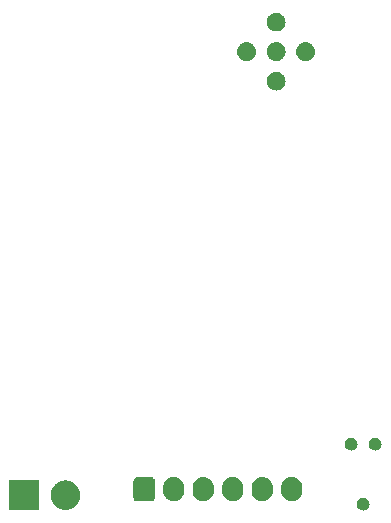
<source format=gbr>
G04 #@! TF.GenerationSoftware,KiCad,Pcbnew,7.0.5*
G04 #@! TF.CreationDate,2023-07-03T11:33:58+02:00*
G04 #@! TF.ProjectId,STM32CAN,53544d33-3243-4414-9e2e-6b696361645f,rev?*
G04 #@! TF.SameCoordinates,Original*
G04 #@! TF.FileFunction,Soldermask,Bot*
G04 #@! TF.FilePolarity,Negative*
%FSLAX46Y46*%
G04 Gerber Fmt 4.6, Leading zero omitted, Abs format (unit mm)*
G04 Created by KiCad (PCBNEW 7.0.5) date 2023-07-03 11:33:58*
%MOMM*%
%LPD*%
G01*
G04 APERTURE LIST*
G04 APERTURE END LIST*
G36*
X47789188Y-100550396D02*
G01*
X47817761Y-100550396D01*
X47850524Y-100558471D01*
X47893445Y-100564122D01*
X47922824Y-100576291D01*
X47945467Y-100581872D01*
X47979797Y-100599890D01*
X48025250Y-100618717D01*
X48045987Y-100634629D01*
X48061925Y-100642994D01*
X48094509Y-100671861D01*
X48138434Y-100705566D01*
X48150918Y-100721835D01*
X48160373Y-100730212D01*
X48187487Y-100769494D01*
X48225283Y-100818750D01*
X48230979Y-100832502D01*
X48235089Y-100838456D01*
X48252917Y-100885465D01*
X48279878Y-100950555D01*
X48281088Y-100959746D01*
X48281727Y-100961431D01*
X48286676Y-101002196D01*
X48298500Y-101092000D01*
X48286674Y-101181819D01*
X48281727Y-101222568D01*
X48281088Y-101224252D01*
X48279878Y-101233445D01*
X48252912Y-101298545D01*
X48235089Y-101345543D01*
X48230980Y-101351495D01*
X48225283Y-101365250D01*
X48187480Y-101414514D01*
X48160373Y-101453787D01*
X48150920Y-101462161D01*
X48138434Y-101478434D01*
X48094501Y-101512144D01*
X48061925Y-101541005D01*
X48045991Y-101549367D01*
X48025250Y-101565283D01*
X47979788Y-101584113D01*
X47945467Y-101602127D01*
X47922829Y-101607706D01*
X47893445Y-101619878D01*
X47850522Y-101625529D01*
X47817761Y-101633604D01*
X47789188Y-101633604D01*
X47752000Y-101638500D01*
X47714812Y-101633604D01*
X47686239Y-101633604D01*
X47653477Y-101625528D01*
X47610555Y-101619878D01*
X47581172Y-101607707D01*
X47558532Y-101602127D01*
X47524206Y-101584111D01*
X47478750Y-101565283D01*
X47458010Y-101549369D01*
X47442074Y-101541005D01*
X47409491Y-101512138D01*
X47365566Y-101478434D01*
X47353081Y-101462164D01*
X47343626Y-101453787D01*
X47316509Y-101414501D01*
X47278717Y-101365250D01*
X47273021Y-101351499D01*
X47268910Y-101345543D01*
X47251075Y-101298516D01*
X47224122Y-101233445D01*
X47222912Y-101224256D01*
X47222272Y-101222568D01*
X47217311Y-101181717D01*
X47205500Y-101092000D01*
X47217310Y-101002290D01*
X47222272Y-100961431D01*
X47222912Y-100959742D01*
X47224122Y-100950555D01*
X47251070Y-100885494D01*
X47268910Y-100838456D01*
X47273022Y-100832498D01*
X47278717Y-100818750D01*
X47316502Y-100769507D01*
X47343626Y-100730212D01*
X47353084Y-100721832D01*
X47365566Y-100705566D01*
X47409482Y-100671867D01*
X47442074Y-100642994D01*
X47458014Y-100634627D01*
X47478750Y-100618717D01*
X47524197Y-100599892D01*
X47558532Y-100581872D01*
X47581176Y-100576290D01*
X47610555Y-100564122D01*
X47653475Y-100558471D01*
X47686239Y-100550396D01*
X47714812Y-100550396D01*
X47752000Y-100545500D01*
X47789188Y-100550396D01*
G37*
G36*
X20269517Y-99082882D02*
G01*
X20286062Y-99093938D01*
X20297118Y-99110483D01*
X20301000Y-99130000D01*
X20301000Y-101530000D01*
X20297118Y-101549517D01*
X20286062Y-101566062D01*
X20269517Y-101577118D01*
X20250000Y-101581000D01*
X17850000Y-101581000D01*
X17830483Y-101577118D01*
X17813938Y-101566062D01*
X17802882Y-101549517D01*
X17799000Y-101530000D01*
X17799000Y-99130000D01*
X17802882Y-99110483D01*
X17813938Y-99093938D01*
X17830483Y-99082882D01*
X17850000Y-99079000D01*
X20250000Y-99079000D01*
X20269517Y-99082882D01*
G37*
G36*
X22603720Y-99083700D02*
G01*
X22653273Y-99083700D01*
X22707891Y-99092814D01*
X22767234Y-99098006D01*
X22813834Y-99110492D01*
X22856997Y-99117695D01*
X22914900Y-99137573D01*
X22977867Y-99154445D01*
X23016438Y-99172430D01*
X23052349Y-99184759D01*
X23111347Y-99216687D01*
X23175500Y-99246602D01*
X23205701Y-99267749D01*
X23233995Y-99283061D01*
X23291590Y-99327889D01*
X23354127Y-99371678D01*
X23376167Y-99393718D01*
X23396987Y-99409923D01*
X23450470Y-99468021D01*
X23508322Y-99525873D01*
X23522924Y-99546727D01*
X23536878Y-99561885D01*
X23583430Y-99633139D01*
X23633398Y-99704500D01*
X23641738Y-99722385D01*
X23649843Y-99734791D01*
X23686635Y-99818668D01*
X23725555Y-99902133D01*
X23729179Y-99915658D01*
X23732813Y-99923943D01*
X23757144Y-100020025D01*
X23781994Y-100112766D01*
X23782714Y-100121000D01*
X23783515Y-100124162D01*
X23792893Y-100237345D01*
X23801000Y-100330000D01*
X23792891Y-100422681D01*
X23783515Y-100535837D01*
X23782714Y-100538997D01*
X23781994Y-100547234D01*
X23757139Y-100639991D01*
X23732813Y-100736056D01*
X23729179Y-100744338D01*
X23725555Y-100757867D01*
X23686627Y-100841347D01*
X23649843Y-100925208D01*
X23641739Y-100937611D01*
X23633398Y-100955500D01*
X23583421Y-101026874D01*
X23536878Y-101098114D01*
X23522927Y-101113268D01*
X23508322Y-101134127D01*
X23450458Y-101191990D01*
X23396987Y-101250076D01*
X23376172Y-101266276D01*
X23354127Y-101288322D01*
X23291577Y-101332119D01*
X23233995Y-101376938D01*
X23205707Y-101392246D01*
X23175500Y-101413398D01*
X23111334Y-101443318D01*
X23052349Y-101475240D01*
X23016446Y-101487565D01*
X22977867Y-101505555D01*
X22914887Y-101522430D01*
X22856997Y-101542304D01*
X22813842Y-101549505D01*
X22767234Y-101561994D01*
X22707888Y-101567186D01*
X22653273Y-101576300D01*
X22603720Y-101576300D01*
X22550000Y-101581000D01*
X22496280Y-101576300D01*
X22446727Y-101576300D01*
X22392111Y-101567186D01*
X22332766Y-101561994D01*
X22286159Y-101549505D01*
X22243002Y-101542304D01*
X22185108Y-101522429D01*
X22122133Y-101505555D01*
X22083556Y-101487566D01*
X22047650Y-101475240D01*
X21988658Y-101443315D01*
X21924500Y-101413398D01*
X21894295Y-101392248D01*
X21866004Y-101376938D01*
X21808412Y-101332112D01*
X21745873Y-101288322D01*
X21723831Y-101266280D01*
X21703012Y-101250076D01*
X21649528Y-101191977D01*
X21591678Y-101134127D01*
X21577075Y-101113273D01*
X21563121Y-101098114D01*
X21516563Y-101026852D01*
X21466602Y-100955500D01*
X21458262Y-100937616D01*
X21450156Y-100925208D01*
X21413355Y-100841311D01*
X21374445Y-100757867D01*
X21370821Y-100744344D01*
X21367186Y-100736056D01*
X21342842Y-100639923D01*
X21318006Y-100547234D01*
X21317285Y-100539003D01*
X21316484Y-100535837D01*
X21307089Y-100422465D01*
X21299000Y-100330000D01*
X21307087Y-100237561D01*
X21316484Y-100124162D01*
X21317286Y-100120994D01*
X21318006Y-100112766D01*
X21342837Y-100020093D01*
X21367186Y-99923943D01*
X21370822Y-99915653D01*
X21374445Y-99902133D01*
X21413348Y-99818704D01*
X21450156Y-99734791D01*
X21458264Y-99722380D01*
X21466602Y-99704500D01*
X21516554Y-99633160D01*
X21563121Y-99561885D01*
X21577078Y-99546722D01*
X21591678Y-99525873D01*
X21649517Y-99468033D01*
X21703012Y-99409923D01*
X21723835Y-99393715D01*
X21745873Y-99371678D01*
X21808399Y-99327896D01*
X21866004Y-99283061D01*
X21894301Y-99267746D01*
X21924500Y-99246602D01*
X21988644Y-99216690D01*
X22047650Y-99184759D01*
X22083564Y-99172429D01*
X22122133Y-99154445D01*
X22185095Y-99137574D01*
X22243002Y-99117695D01*
X22286166Y-99110492D01*
X22332766Y-99098006D01*
X22392107Y-99092814D01*
X22446727Y-99083700D01*
X22496280Y-99083700D01*
X22550000Y-99079000D01*
X22603720Y-99083700D01*
G37*
G36*
X29878914Y-98803995D02*
G01*
X29894726Y-98810976D01*
X29902531Y-98812213D01*
X29935039Y-98828776D01*
X29980106Y-98848676D01*
X30058324Y-98926894D01*
X30078226Y-98971967D01*
X30094786Y-99004468D01*
X30096021Y-99012270D01*
X30103005Y-99028086D01*
X30111000Y-99097000D01*
X30111000Y-100547000D01*
X30103005Y-100615914D01*
X30096021Y-100631729D01*
X30094786Y-100639531D01*
X30078229Y-100672024D01*
X30058324Y-100717106D01*
X29980106Y-100795324D01*
X29935024Y-100815229D01*
X29902531Y-100831786D01*
X29894729Y-100833021D01*
X29878914Y-100840005D01*
X29810000Y-100848000D01*
X28610000Y-100848000D01*
X28541086Y-100840005D01*
X28525270Y-100833021D01*
X28517468Y-100831786D01*
X28484967Y-100815226D01*
X28439894Y-100795324D01*
X28361676Y-100717106D01*
X28341776Y-100672039D01*
X28325213Y-100639531D01*
X28323976Y-100631726D01*
X28316995Y-100615914D01*
X28309000Y-100547000D01*
X28309000Y-99097000D01*
X28316995Y-99028086D01*
X28323976Y-99012274D01*
X28325213Y-99004468D01*
X28341780Y-98971953D01*
X28361676Y-98926894D01*
X28439894Y-98848676D01*
X28484953Y-98828780D01*
X28517468Y-98812213D01*
X28525274Y-98810976D01*
X28541086Y-98803995D01*
X28610000Y-98796000D01*
X29810000Y-98796000D01*
X29878914Y-98803995D01*
G37*
G36*
X31753983Y-98800936D02*
G01*
X31804180Y-98800936D01*
X31847524Y-98810149D01*
X31885659Y-98813905D01*
X31933566Y-98828437D01*
X31988424Y-98840098D01*
X32023530Y-98855728D01*
X32054566Y-98865143D01*
X32103884Y-98891504D01*
X32160500Y-98916711D01*
X32186822Y-98935835D01*
X32210232Y-98948348D01*
X32257988Y-98987540D01*
X32312887Y-99027427D01*
X32330711Y-99047223D01*
X32346675Y-99060324D01*
X32389572Y-99112594D01*
X32438924Y-99167405D01*
X32449292Y-99185363D01*
X32458651Y-99196767D01*
X32493273Y-99261542D01*
X32533104Y-99330530D01*
X32537685Y-99344630D01*
X32541856Y-99352433D01*
X32564852Y-99428242D01*
X32591311Y-99509672D01*
X32592242Y-99518532D01*
X32593094Y-99521340D01*
X32601387Y-99605539D01*
X32611000Y-99697000D01*
X32611000Y-99947000D01*
X32601385Y-100038475D01*
X32593094Y-100122659D01*
X32592242Y-100125466D01*
X32591311Y-100134328D01*
X32564848Y-100215771D01*
X32541856Y-100291566D01*
X32537686Y-100299366D01*
X32533104Y-100313470D01*
X32493266Y-100382470D01*
X32458651Y-100447232D01*
X32449294Y-100458633D01*
X32438924Y-100476595D01*
X32389563Y-100531415D01*
X32346675Y-100583675D01*
X32330714Y-100596773D01*
X32312887Y-100616573D01*
X32257977Y-100656467D01*
X32210232Y-100695651D01*
X32186827Y-100708161D01*
X32160500Y-100727289D01*
X32103873Y-100752500D01*
X32054566Y-100778856D01*
X32023537Y-100788268D01*
X31988424Y-100803902D01*
X31933555Y-100815564D01*
X31885659Y-100830094D01*
X31847533Y-100833849D01*
X31804180Y-100843064D01*
X31753972Y-100843064D01*
X31709999Y-100847395D01*
X31666026Y-100843064D01*
X31615820Y-100843064D01*
X31572467Y-100833849D01*
X31534340Y-100830094D01*
X31486441Y-100815563D01*
X31431576Y-100803902D01*
X31396464Y-100788269D01*
X31365433Y-100778856D01*
X31316120Y-100752498D01*
X31259500Y-100727289D01*
X31233175Y-100708163D01*
X31209767Y-100695651D01*
X31162013Y-100656460D01*
X31107113Y-100616573D01*
X31089287Y-100596776D01*
X31073324Y-100583675D01*
X31030425Y-100531402D01*
X30981076Y-100476595D01*
X30970708Y-100458637D01*
X30961348Y-100447232D01*
X30926719Y-100382447D01*
X30886896Y-100313470D01*
X30882315Y-100299371D01*
X30878143Y-100291566D01*
X30855136Y-100215725D01*
X30828689Y-100134328D01*
X30827758Y-100125471D01*
X30826905Y-100122659D01*
X30818605Y-100038394D01*
X30809000Y-99947000D01*
X30809000Y-99697000D01*
X30818604Y-99605620D01*
X30826905Y-99521340D01*
X30827758Y-99518527D01*
X30828689Y-99509672D01*
X30855132Y-99428288D01*
X30878143Y-99352433D01*
X30882315Y-99344626D01*
X30886896Y-99330530D01*
X30926712Y-99261565D01*
X30961348Y-99196767D01*
X30970710Y-99185359D01*
X30981076Y-99167405D01*
X31030416Y-99112607D01*
X31073324Y-99060324D01*
X31089291Y-99047219D01*
X31107113Y-99027427D01*
X31162002Y-98987546D01*
X31209767Y-98948348D01*
X31233180Y-98935833D01*
X31259500Y-98916711D01*
X31316109Y-98891506D01*
X31365433Y-98865143D01*
X31396471Y-98855727D01*
X31431576Y-98840098D01*
X31486430Y-98828438D01*
X31534340Y-98813905D01*
X31572476Y-98810148D01*
X31615820Y-98800936D01*
X31666016Y-98800936D01*
X31710000Y-98796604D01*
X31753983Y-98800936D01*
G37*
G36*
X34253983Y-98800936D02*
G01*
X34304180Y-98800936D01*
X34347524Y-98810149D01*
X34385659Y-98813905D01*
X34433566Y-98828437D01*
X34488424Y-98840098D01*
X34523530Y-98855728D01*
X34554566Y-98865143D01*
X34603884Y-98891504D01*
X34660500Y-98916711D01*
X34686822Y-98935835D01*
X34710232Y-98948348D01*
X34757988Y-98987540D01*
X34812887Y-99027427D01*
X34830711Y-99047223D01*
X34846675Y-99060324D01*
X34889572Y-99112594D01*
X34938924Y-99167405D01*
X34949292Y-99185363D01*
X34958651Y-99196767D01*
X34993273Y-99261542D01*
X35033104Y-99330530D01*
X35037685Y-99344630D01*
X35041856Y-99352433D01*
X35064852Y-99428242D01*
X35091311Y-99509672D01*
X35092242Y-99518532D01*
X35093094Y-99521340D01*
X35101387Y-99605539D01*
X35111000Y-99697000D01*
X35111000Y-99947000D01*
X35101385Y-100038475D01*
X35093094Y-100122659D01*
X35092242Y-100125466D01*
X35091311Y-100134328D01*
X35064848Y-100215771D01*
X35041856Y-100291566D01*
X35037686Y-100299366D01*
X35033104Y-100313470D01*
X34993266Y-100382470D01*
X34958651Y-100447232D01*
X34949294Y-100458633D01*
X34938924Y-100476595D01*
X34889563Y-100531415D01*
X34846675Y-100583675D01*
X34830714Y-100596773D01*
X34812887Y-100616573D01*
X34757977Y-100656467D01*
X34710232Y-100695651D01*
X34686827Y-100708161D01*
X34660500Y-100727289D01*
X34603873Y-100752500D01*
X34554566Y-100778856D01*
X34523537Y-100788268D01*
X34488424Y-100803902D01*
X34433555Y-100815564D01*
X34385659Y-100830094D01*
X34347532Y-100833849D01*
X34304180Y-100843064D01*
X34253973Y-100843064D01*
X34210000Y-100847395D01*
X34166027Y-100843064D01*
X34115820Y-100843064D01*
X34072467Y-100833849D01*
X34034340Y-100830094D01*
X33986441Y-100815563D01*
X33931576Y-100803902D01*
X33896464Y-100788269D01*
X33865433Y-100778856D01*
X33816120Y-100752498D01*
X33759500Y-100727289D01*
X33733175Y-100708163D01*
X33709767Y-100695651D01*
X33662013Y-100656460D01*
X33607113Y-100616573D01*
X33589287Y-100596776D01*
X33573324Y-100583675D01*
X33530425Y-100531402D01*
X33481076Y-100476595D01*
X33470708Y-100458637D01*
X33461348Y-100447232D01*
X33426719Y-100382447D01*
X33386896Y-100313470D01*
X33382315Y-100299371D01*
X33378143Y-100291566D01*
X33355136Y-100215725D01*
X33328689Y-100134328D01*
X33327758Y-100125471D01*
X33326905Y-100122659D01*
X33318605Y-100038394D01*
X33309000Y-99947000D01*
X33309000Y-99697000D01*
X33318604Y-99605620D01*
X33326905Y-99521340D01*
X33327758Y-99518527D01*
X33328689Y-99509672D01*
X33355132Y-99428288D01*
X33378143Y-99352433D01*
X33382315Y-99344626D01*
X33386896Y-99330530D01*
X33426712Y-99261565D01*
X33461348Y-99196767D01*
X33470710Y-99185359D01*
X33481076Y-99167405D01*
X33530416Y-99112607D01*
X33573324Y-99060324D01*
X33589291Y-99047219D01*
X33607113Y-99027427D01*
X33662002Y-98987546D01*
X33709767Y-98948348D01*
X33733180Y-98935833D01*
X33759500Y-98916711D01*
X33816109Y-98891506D01*
X33865433Y-98865143D01*
X33896471Y-98855727D01*
X33931576Y-98840098D01*
X33986430Y-98828438D01*
X34034340Y-98813905D01*
X34072476Y-98810148D01*
X34115820Y-98800936D01*
X34166016Y-98800936D01*
X34209999Y-98796604D01*
X34253983Y-98800936D01*
G37*
G36*
X36753983Y-98800936D02*
G01*
X36804180Y-98800936D01*
X36847524Y-98810149D01*
X36885659Y-98813905D01*
X36933566Y-98828437D01*
X36988424Y-98840098D01*
X37023530Y-98855728D01*
X37054566Y-98865143D01*
X37103884Y-98891504D01*
X37160500Y-98916711D01*
X37186822Y-98935835D01*
X37210232Y-98948348D01*
X37257988Y-98987540D01*
X37312887Y-99027427D01*
X37330711Y-99047223D01*
X37346675Y-99060324D01*
X37389572Y-99112594D01*
X37438924Y-99167405D01*
X37449292Y-99185363D01*
X37458651Y-99196767D01*
X37493273Y-99261542D01*
X37533104Y-99330530D01*
X37537685Y-99344630D01*
X37541856Y-99352433D01*
X37564852Y-99428242D01*
X37591311Y-99509672D01*
X37592242Y-99518532D01*
X37593094Y-99521340D01*
X37601387Y-99605539D01*
X37611000Y-99697000D01*
X37611000Y-99947000D01*
X37601385Y-100038475D01*
X37593094Y-100122659D01*
X37592242Y-100125466D01*
X37591311Y-100134328D01*
X37564848Y-100215771D01*
X37541856Y-100291566D01*
X37537686Y-100299366D01*
X37533104Y-100313470D01*
X37493266Y-100382470D01*
X37458651Y-100447232D01*
X37449294Y-100458633D01*
X37438924Y-100476595D01*
X37389563Y-100531415D01*
X37346675Y-100583675D01*
X37330714Y-100596773D01*
X37312887Y-100616573D01*
X37257977Y-100656467D01*
X37210232Y-100695651D01*
X37186827Y-100708161D01*
X37160500Y-100727289D01*
X37103873Y-100752500D01*
X37054566Y-100778856D01*
X37023537Y-100788268D01*
X36988424Y-100803902D01*
X36933555Y-100815564D01*
X36885659Y-100830094D01*
X36847532Y-100833849D01*
X36804180Y-100843064D01*
X36753973Y-100843064D01*
X36710000Y-100847395D01*
X36666027Y-100843064D01*
X36615820Y-100843064D01*
X36572467Y-100833849D01*
X36534340Y-100830094D01*
X36486441Y-100815563D01*
X36431576Y-100803902D01*
X36396464Y-100788269D01*
X36365433Y-100778856D01*
X36316120Y-100752498D01*
X36259500Y-100727289D01*
X36233175Y-100708163D01*
X36209767Y-100695651D01*
X36162013Y-100656460D01*
X36107113Y-100616573D01*
X36089287Y-100596776D01*
X36073324Y-100583675D01*
X36030425Y-100531402D01*
X35981076Y-100476595D01*
X35970708Y-100458637D01*
X35961348Y-100447232D01*
X35926719Y-100382447D01*
X35886896Y-100313470D01*
X35882315Y-100299371D01*
X35878143Y-100291566D01*
X35855136Y-100215725D01*
X35828689Y-100134328D01*
X35827758Y-100125471D01*
X35826905Y-100122659D01*
X35818605Y-100038394D01*
X35809000Y-99947000D01*
X35809000Y-99697000D01*
X35818604Y-99605620D01*
X35826905Y-99521340D01*
X35827758Y-99518527D01*
X35828689Y-99509672D01*
X35855132Y-99428288D01*
X35878143Y-99352433D01*
X35882315Y-99344626D01*
X35886896Y-99330530D01*
X35926712Y-99261565D01*
X35961348Y-99196767D01*
X35970710Y-99185359D01*
X35981076Y-99167405D01*
X36030416Y-99112607D01*
X36073324Y-99060324D01*
X36089291Y-99047219D01*
X36107113Y-99027427D01*
X36162002Y-98987546D01*
X36209767Y-98948348D01*
X36233180Y-98935833D01*
X36259500Y-98916711D01*
X36316109Y-98891506D01*
X36365433Y-98865143D01*
X36396471Y-98855727D01*
X36431576Y-98840098D01*
X36486430Y-98828438D01*
X36534340Y-98813905D01*
X36572476Y-98810148D01*
X36615820Y-98800936D01*
X36666016Y-98800936D01*
X36710000Y-98796604D01*
X36753983Y-98800936D01*
G37*
G36*
X39253983Y-98800936D02*
G01*
X39304180Y-98800936D01*
X39347524Y-98810149D01*
X39385659Y-98813905D01*
X39433566Y-98828437D01*
X39488424Y-98840098D01*
X39523530Y-98855728D01*
X39554566Y-98865143D01*
X39603884Y-98891504D01*
X39660500Y-98916711D01*
X39686822Y-98935835D01*
X39710232Y-98948348D01*
X39757988Y-98987540D01*
X39812887Y-99027427D01*
X39830711Y-99047223D01*
X39846675Y-99060324D01*
X39889572Y-99112594D01*
X39938924Y-99167405D01*
X39949292Y-99185363D01*
X39958651Y-99196767D01*
X39993273Y-99261542D01*
X40033104Y-99330530D01*
X40037685Y-99344630D01*
X40041856Y-99352433D01*
X40064852Y-99428242D01*
X40091311Y-99509672D01*
X40092242Y-99518532D01*
X40093094Y-99521340D01*
X40101387Y-99605539D01*
X40111000Y-99697000D01*
X40111000Y-99947000D01*
X40101385Y-100038475D01*
X40093094Y-100122659D01*
X40092242Y-100125466D01*
X40091311Y-100134328D01*
X40064848Y-100215771D01*
X40041856Y-100291566D01*
X40037686Y-100299366D01*
X40033104Y-100313470D01*
X39993266Y-100382470D01*
X39958651Y-100447232D01*
X39949294Y-100458633D01*
X39938924Y-100476595D01*
X39889563Y-100531415D01*
X39846675Y-100583675D01*
X39830714Y-100596773D01*
X39812887Y-100616573D01*
X39757977Y-100656467D01*
X39710232Y-100695651D01*
X39686827Y-100708161D01*
X39660500Y-100727289D01*
X39603873Y-100752500D01*
X39554566Y-100778856D01*
X39523537Y-100788268D01*
X39488424Y-100803902D01*
X39433555Y-100815564D01*
X39385659Y-100830094D01*
X39347533Y-100833849D01*
X39304180Y-100843064D01*
X39253972Y-100843064D01*
X39209999Y-100847395D01*
X39166026Y-100843064D01*
X39115820Y-100843064D01*
X39072467Y-100833849D01*
X39034340Y-100830094D01*
X38986441Y-100815563D01*
X38931576Y-100803902D01*
X38896464Y-100788269D01*
X38865433Y-100778856D01*
X38816120Y-100752498D01*
X38759500Y-100727289D01*
X38733175Y-100708163D01*
X38709767Y-100695651D01*
X38662013Y-100656460D01*
X38607113Y-100616573D01*
X38589287Y-100596776D01*
X38573324Y-100583675D01*
X38530425Y-100531402D01*
X38481076Y-100476595D01*
X38470708Y-100458637D01*
X38461348Y-100447232D01*
X38426719Y-100382447D01*
X38386896Y-100313470D01*
X38382315Y-100299371D01*
X38378143Y-100291566D01*
X38355136Y-100215725D01*
X38328689Y-100134328D01*
X38327758Y-100125471D01*
X38326905Y-100122659D01*
X38318605Y-100038394D01*
X38309000Y-99947000D01*
X38309000Y-99697000D01*
X38318604Y-99605620D01*
X38326905Y-99521340D01*
X38327758Y-99518527D01*
X38328689Y-99509672D01*
X38355132Y-99428288D01*
X38378143Y-99352433D01*
X38382315Y-99344626D01*
X38386896Y-99330530D01*
X38426712Y-99261565D01*
X38461348Y-99196767D01*
X38470710Y-99185359D01*
X38481076Y-99167405D01*
X38530416Y-99112607D01*
X38573324Y-99060324D01*
X38589291Y-99047219D01*
X38607113Y-99027427D01*
X38662002Y-98987546D01*
X38709767Y-98948348D01*
X38733180Y-98935833D01*
X38759500Y-98916711D01*
X38816109Y-98891506D01*
X38865433Y-98865143D01*
X38896471Y-98855727D01*
X38931576Y-98840098D01*
X38986430Y-98828438D01*
X39034340Y-98813905D01*
X39072476Y-98810148D01*
X39115820Y-98800936D01*
X39166016Y-98800936D01*
X39209999Y-98796604D01*
X39253983Y-98800936D01*
G37*
G36*
X41753983Y-98800936D02*
G01*
X41804180Y-98800936D01*
X41847524Y-98810149D01*
X41885659Y-98813905D01*
X41933566Y-98828437D01*
X41988424Y-98840098D01*
X42023530Y-98855728D01*
X42054566Y-98865143D01*
X42103884Y-98891504D01*
X42160500Y-98916711D01*
X42186822Y-98935835D01*
X42210232Y-98948348D01*
X42257988Y-98987540D01*
X42312887Y-99027427D01*
X42330711Y-99047223D01*
X42346675Y-99060324D01*
X42389572Y-99112594D01*
X42438924Y-99167405D01*
X42449292Y-99185363D01*
X42458651Y-99196767D01*
X42493273Y-99261542D01*
X42533104Y-99330530D01*
X42537685Y-99344630D01*
X42541856Y-99352433D01*
X42564852Y-99428242D01*
X42591311Y-99509672D01*
X42592242Y-99518532D01*
X42593094Y-99521340D01*
X42601387Y-99605539D01*
X42611000Y-99697000D01*
X42611000Y-99947000D01*
X42601385Y-100038475D01*
X42593094Y-100122659D01*
X42592242Y-100125466D01*
X42591311Y-100134328D01*
X42564848Y-100215771D01*
X42541856Y-100291566D01*
X42537686Y-100299366D01*
X42533104Y-100313470D01*
X42493266Y-100382470D01*
X42458651Y-100447232D01*
X42449294Y-100458633D01*
X42438924Y-100476595D01*
X42389563Y-100531415D01*
X42346675Y-100583675D01*
X42330714Y-100596773D01*
X42312887Y-100616573D01*
X42257977Y-100656467D01*
X42210232Y-100695651D01*
X42186827Y-100708161D01*
X42160500Y-100727289D01*
X42103873Y-100752500D01*
X42054566Y-100778856D01*
X42023537Y-100788268D01*
X41988424Y-100803902D01*
X41933555Y-100815564D01*
X41885659Y-100830094D01*
X41847533Y-100833849D01*
X41804180Y-100843064D01*
X41753972Y-100843064D01*
X41709999Y-100847395D01*
X41666026Y-100843064D01*
X41615820Y-100843064D01*
X41572467Y-100833849D01*
X41534340Y-100830094D01*
X41486441Y-100815563D01*
X41431576Y-100803902D01*
X41396464Y-100788269D01*
X41365433Y-100778856D01*
X41316120Y-100752498D01*
X41259500Y-100727289D01*
X41233175Y-100708163D01*
X41209767Y-100695651D01*
X41162013Y-100656460D01*
X41107113Y-100616573D01*
X41089287Y-100596776D01*
X41073324Y-100583675D01*
X41030425Y-100531402D01*
X40981076Y-100476595D01*
X40970708Y-100458637D01*
X40961348Y-100447232D01*
X40926719Y-100382447D01*
X40886896Y-100313470D01*
X40882315Y-100299371D01*
X40878143Y-100291566D01*
X40855136Y-100215725D01*
X40828689Y-100134328D01*
X40827758Y-100125471D01*
X40826905Y-100122659D01*
X40818605Y-100038394D01*
X40809000Y-99947000D01*
X40809000Y-99697000D01*
X40818604Y-99605620D01*
X40826905Y-99521340D01*
X40827758Y-99518527D01*
X40828689Y-99509672D01*
X40855132Y-99428288D01*
X40878143Y-99352433D01*
X40882315Y-99344626D01*
X40886896Y-99330530D01*
X40926712Y-99261565D01*
X40961348Y-99196767D01*
X40970710Y-99185359D01*
X40981076Y-99167405D01*
X41030416Y-99112607D01*
X41073324Y-99060324D01*
X41089291Y-99047219D01*
X41107113Y-99027427D01*
X41162002Y-98987546D01*
X41209767Y-98948348D01*
X41233180Y-98935833D01*
X41259500Y-98916711D01*
X41316109Y-98891506D01*
X41365433Y-98865143D01*
X41396471Y-98855727D01*
X41431576Y-98840098D01*
X41486430Y-98828438D01*
X41534340Y-98813905D01*
X41572476Y-98810148D01*
X41615820Y-98800936D01*
X41666016Y-98800936D01*
X41710000Y-98796604D01*
X41753983Y-98800936D01*
G37*
G36*
X46773188Y-95470396D02*
G01*
X46801761Y-95470396D01*
X46834524Y-95478471D01*
X46877445Y-95484122D01*
X46906824Y-95496291D01*
X46929467Y-95501872D01*
X46963797Y-95519890D01*
X47009250Y-95538717D01*
X47029987Y-95554629D01*
X47045925Y-95562994D01*
X47078509Y-95591861D01*
X47122434Y-95625566D01*
X47134918Y-95641835D01*
X47144373Y-95650212D01*
X47171487Y-95689494D01*
X47209283Y-95738750D01*
X47214979Y-95752502D01*
X47219089Y-95758456D01*
X47236917Y-95805465D01*
X47263878Y-95870555D01*
X47265088Y-95879746D01*
X47265727Y-95881431D01*
X47270676Y-95922196D01*
X47282500Y-96012000D01*
X47270674Y-96101819D01*
X47265727Y-96142568D01*
X47265088Y-96144252D01*
X47263878Y-96153445D01*
X47236912Y-96218545D01*
X47219089Y-96265543D01*
X47214980Y-96271495D01*
X47209283Y-96285250D01*
X47171480Y-96334514D01*
X47144373Y-96373787D01*
X47134920Y-96382161D01*
X47122434Y-96398434D01*
X47078501Y-96432144D01*
X47045925Y-96461005D01*
X47029991Y-96469367D01*
X47009250Y-96485283D01*
X46963788Y-96504113D01*
X46929467Y-96522127D01*
X46906829Y-96527706D01*
X46877445Y-96539878D01*
X46834522Y-96545529D01*
X46801761Y-96553604D01*
X46773188Y-96553604D01*
X46736000Y-96558500D01*
X46698812Y-96553604D01*
X46670239Y-96553604D01*
X46637477Y-96545528D01*
X46594555Y-96539878D01*
X46565172Y-96527707D01*
X46542532Y-96522127D01*
X46508206Y-96504111D01*
X46462750Y-96485283D01*
X46442010Y-96469369D01*
X46426074Y-96461005D01*
X46393491Y-96432138D01*
X46349566Y-96398434D01*
X46337081Y-96382164D01*
X46327626Y-96373787D01*
X46300509Y-96334501D01*
X46262717Y-96285250D01*
X46257021Y-96271499D01*
X46252910Y-96265543D01*
X46235075Y-96218516D01*
X46208122Y-96153445D01*
X46206912Y-96144256D01*
X46206272Y-96142568D01*
X46201311Y-96101717D01*
X46189500Y-96012000D01*
X46201310Y-95922290D01*
X46206272Y-95881431D01*
X46206912Y-95879742D01*
X46208122Y-95870555D01*
X46235070Y-95805494D01*
X46252910Y-95758456D01*
X46257022Y-95752498D01*
X46262717Y-95738750D01*
X46300502Y-95689507D01*
X46327626Y-95650212D01*
X46337084Y-95641832D01*
X46349566Y-95625566D01*
X46393482Y-95591867D01*
X46426074Y-95562994D01*
X46442014Y-95554627D01*
X46462750Y-95538717D01*
X46508197Y-95519892D01*
X46542532Y-95501872D01*
X46565176Y-95496290D01*
X46594555Y-95484122D01*
X46637475Y-95478471D01*
X46670239Y-95470396D01*
X46698812Y-95470396D01*
X46736000Y-95465500D01*
X46773188Y-95470396D01*
G37*
G36*
X48805188Y-95470396D02*
G01*
X48833761Y-95470396D01*
X48866524Y-95478471D01*
X48909445Y-95484122D01*
X48938824Y-95496291D01*
X48961467Y-95501872D01*
X48995797Y-95519890D01*
X49041250Y-95538717D01*
X49061987Y-95554629D01*
X49077925Y-95562994D01*
X49110509Y-95591861D01*
X49154434Y-95625566D01*
X49166918Y-95641835D01*
X49176373Y-95650212D01*
X49203487Y-95689494D01*
X49241283Y-95738750D01*
X49246979Y-95752502D01*
X49251089Y-95758456D01*
X49268917Y-95805465D01*
X49295878Y-95870555D01*
X49297088Y-95879746D01*
X49297727Y-95881431D01*
X49302676Y-95922196D01*
X49314500Y-96012000D01*
X49302674Y-96101819D01*
X49297727Y-96142568D01*
X49297088Y-96144252D01*
X49295878Y-96153445D01*
X49268912Y-96218545D01*
X49251089Y-96265543D01*
X49246980Y-96271495D01*
X49241283Y-96285250D01*
X49203480Y-96334514D01*
X49176373Y-96373787D01*
X49166920Y-96382161D01*
X49154434Y-96398434D01*
X49110501Y-96432144D01*
X49077925Y-96461005D01*
X49061991Y-96469367D01*
X49041250Y-96485283D01*
X48995788Y-96504113D01*
X48961467Y-96522127D01*
X48938829Y-96527706D01*
X48909445Y-96539878D01*
X48866522Y-96545529D01*
X48833761Y-96553604D01*
X48805188Y-96553604D01*
X48768000Y-96558500D01*
X48730812Y-96553604D01*
X48702239Y-96553604D01*
X48669477Y-96545528D01*
X48626555Y-96539878D01*
X48597172Y-96527707D01*
X48574532Y-96522127D01*
X48540206Y-96504111D01*
X48494750Y-96485283D01*
X48474010Y-96469369D01*
X48458074Y-96461005D01*
X48425491Y-96432138D01*
X48381566Y-96398434D01*
X48369081Y-96382164D01*
X48359626Y-96373787D01*
X48332509Y-96334501D01*
X48294717Y-96285250D01*
X48289021Y-96271499D01*
X48284910Y-96265543D01*
X48267075Y-96218516D01*
X48240122Y-96153445D01*
X48238912Y-96144256D01*
X48238272Y-96142568D01*
X48233311Y-96101717D01*
X48221500Y-96012000D01*
X48233310Y-95922290D01*
X48238272Y-95881431D01*
X48238912Y-95879742D01*
X48240122Y-95870555D01*
X48267070Y-95805494D01*
X48284910Y-95758456D01*
X48289022Y-95752498D01*
X48294717Y-95738750D01*
X48332502Y-95689507D01*
X48359626Y-95650212D01*
X48369084Y-95641832D01*
X48381566Y-95625566D01*
X48425482Y-95591867D01*
X48458074Y-95562994D01*
X48474014Y-95554627D01*
X48494750Y-95538717D01*
X48540197Y-95519892D01*
X48574532Y-95501872D01*
X48597176Y-95496290D01*
X48626555Y-95484122D01*
X48669475Y-95478471D01*
X48702239Y-95470396D01*
X48730812Y-95470396D01*
X48768000Y-95465500D01*
X48805188Y-95470396D01*
G37*
G36*
X40431023Y-64482073D02*
G01*
X40469657Y-64482073D01*
X40513240Y-64491336D01*
X40564239Y-64497083D01*
X40601321Y-64510058D01*
X40633306Y-64516857D01*
X40679401Y-64537379D01*
X40733541Y-64556324D01*
X40761719Y-64574029D01*
X40786157Y-64584910D01*
X40831720Y-64618014D01*
X40885415Y-64651753D01*
X40904700Y-64671038D01*
X40921512Y-64683253D01*
X40963076Y-64729414D01*
X41012247Y-64778585D01*
X41023555Y-64796582D01*
X41033467Y-64807590D01*
X41067376Y-64866322D01*
X41107676Y-64930459D01*
X41112707Y-64944838D01*
X41117120Y-64952481D01*
X41139718Y-65022030D01*
X41166917Y-65099761D01*
X41167948Y-65108913D01*
X41168823Y-65111606D01*
X41176750Y-65187038D01*
X41187000Y-65278000D01*
X41176750Y-65368969D01*
X41168823Y-65444393D01*
X41167948Y-65447084D01*
X41166917Y-65456239D01*
X41139713Y-65533982D01*
X41117120Y-65603518D01*
X41112708Y-65611159D01*
X41107676Y-65625541D01*
X41067369Y-65689688D01*
X41033467Y-65748409D01*
X41023557Y-65759414D01*
X41012247Y-65777415D01*
X40963067Y-65826594D01*
X40921512Y-65872746D01*
X40904704Y-65884957D01*
X40885415Y-65904247D01*
X40831710Y-65937992D01*
X40786157Y-65971089D01*
X40761725Y-65981966D01*
X40733541Y-65999676D01*
X40679391Y-66018623D01*
X40633306Y-66039142D01*
X40601327Y-66045939D01*
X40564239Y-66058917D01*
X40513237Y-66064663D01*
X40469657Y-66073927D01*
X40431023Y-66073927D01*
X40386000Y-66079000D01*
X40340977Y-66073927D01*
X40302343Y-66073927D01*
X40258761Y-66064663D01*
X40207761Y-66058917D01*
X40170674Y-66045939D01*
X40138693Y-66039142D01*
X40092603Y-66018622D01*
X40038459Y-65999676D01*
X40010277Y-65981968D01*
X39985842Y-65971089D01*
X39940282Y-65937987D01*
X39886585Y-65904247D01*
X39867298Y-65884960D01*
X39850487Y-65872746D01*
X39808922Y-65826584D01*
X39759753Y-65777415D01*
X39748444Y-65759418D01*
X39738532Y-65748409D01*
X39704618Y-65689668D01*
X39664324Y-65625541D01*
X39659293Y-65611163D01*
X39654879Y-65603518D01*
X39632272Y-65533942D01*
X39605083Y-65456239D01*
X39604052Y-65447089D01*
X39603176Y-65444393D01*
X39595235Y-65368837D01*
X39585000Y-65278000D01*
X39595234Y-65187170D01*
X39603176Y-65111606D01*
X39604052Y-65108909D01*
X39605083Y-65099761D01*
X39632267Y-65022070D01*
X39654879Y-64952481D01*
X39659293Y-64944834D01*
X39664324Y-64930459D01*
X39704611Y-64866342D01*
X39738532Y-64807590D01*
X39748446Y-64796578D01*
X39759753Y-64778585D01*
X39808913Y-64729424D01*
X39850487Y-64683253D01*
X39867301Y-64671036D01*
X39886585Y-64651753D01*
X39940278Y-64618015D01*
X39985846Y-64584908D01*
X40010284Y-64574027D01*
X40038459Y-64556324D01*
X40092587Y-64537383D01*
X40138689Y-64516858D01*
X40170679Y-64510058D01*
X40207761Y-64497083D01*
X40258759Y-64491336D01*
X40302343Y-64482073D01*
X40340977Y-64482073D01*
X40386000Y-64477000D01*
X40431023Y-64482073D01*
G37*
G36*
X37931023Y-61982073D02*
G01*
X37969657Y-61982073D01*
X38013240Y-61991336D01*
X38064239Y-61997083D01*
X38101321Y-62010058D01*
X38133306Y-62016857D01*
X38179401Y-62037379D01*
X38233541Y-62056324D01*
X38261719Y-62074029D01*
X38286157Y-62084910D01*
X38331720Y-62118014D01*
X38385415Y-62151753D01*
X38404700Y-62171038D01*
X38421512Y-62183253D01*
X38463076Y-62229414D01*
X38512247Y-62278585D01*
X38523555Y-62296582D01*
X38533467Y-62307590D01*
X38567376Y-62366322D01*
X38607676Y-62430459D01*
X38612707Y-62444838D01*
X38617120Y-62452481D01*
X38639718Y-62522030D01*
X38666917Y-62599761D01*
X38667948Y-62608913D01*
X38668823Y-62611606D01*
X38676751Y-62687044D01*
X38687000Y-62778000D01*
X38676749Y-62868975D01*
X38668823Y-62944393D01*
X38667948Y-62947084D01*
X38666917Y-62956239D01*
X38639713Y-63033982D01*
X38617120Y-63103518D01*
X38612708Y-63111159D01*
X38607676Y-63125541D01*
X38567369Y-63189688D01*
X38533467Y-63248409D01*
X38523557Y-63259414D01*
X38512247Y-63277415D01*
X38463067Y-63326594D01*
X38421512Y-63372746D01*
X38404704Y-63384957D01*
X38385415Y-63404247D01*
X38331710Y-63437992D01*
X38286157Y-63471089D01*
X38261725Y-63481966D01*
X38233541Y-63499676D01*
X38179391Y-63518623D01*
X38133306Y-63539142D01*
X38101327Y-63545939D01*
X38064239Y-63558917D01*
X38013237Y-63564663D01*
X37969657Y-63573927D01*
X37931023Y-63573927D01*
X37886000Y-63579000D01*
X37840977Y-63573927D01*
X37802343Y-63573927D01*
X37758761Y-63564663D01*
X37707761Y-63558917D01*
X37670674Y-63545939D01*
X37638693Y-63539142D01*
X37592603Y-63518622D01*
X37538459Y-63499676D01*
X37510277Y-63481968D01*
X37485842Y-63471089D01*
X37440282Y-63437987D01*
X37386585Y-63404247D01*
X37367298Y-63384960D01*
X37350487Y-63372746D01*
X37308922Y-63326584D01*
X37259753Y-63277415D01*
X37248444Y-63259418D01*
X37238532Y-63248409D01*
X37204618Y-63189668D01*
X37164324Y-63125541D01*
X37159293Y-63111163D01*
X37154879Y-63103518D01*
X37132272Y-63033942D01*
X37105083Y-62956239D01*
X37104052Y-62947089D01*
X37103176Y-62944393D01*
X37095235Y-62868843D01*
X37085000Y-62778000D01*
X37095233Y-62687176D01*
X37103176Y-62611606D01*
X37104052Y-62608909D01*
X37105083Y-62599761D01*
X37132267Y-62522070D01*
X37154879Y-62452481D01*
X37159293Y-62444834D01*
X37164324Y-62430459D01*
X37204611Y-62366342D01*
X37238532Y-62307590D01*
X37248446Y-62296578D01*
X37259753Y-62278585D01*
X37308913Y-62229424D01*
X37350487Y-62183253D01*
X37367301Y-62171036D01*
X37386585Y-62151753D01*
X37440278Y-62118015D01*
X37485846Y-62084908D01*
X37510284Y-62074027D01*
X37538459Y-62056324D01*
X37592587Y-62037383D01*
X37638689Y-62016858D01*
X37670679Y-62010058D01*
X37707761Y-61997083D01*
X37758759Y-61991336D01*
X37802343Y-61982073D01*
X37840977Y-61982073D01*
X37886000Y-61977000D01*
X37931023Y-61982073D01*
G37*
G36*
X40431023Y-61982073D02*
G01*
X40469657Y-61982073D01*
X40513240Y-61991336D01*
X40564239Y-61997083D01*
X40601321Y-62010058D01*
X40633306Y-62016857D01*
X40679401Y-62037379D01*
X40733541Y-62056324D01*
X40761719Y-62074029D01*
X40786157Y-62084910D01*
X40831720Y-62118014D01*
X40885415Y-62151753D01*
X40904700Y-62171038D01*
X40921512Y-62183253D01*
X40963076Y-62229414D01*
X41012247Y-62278585D01*
X41023555Y-62296582D01*
X41033467Y-62307590D01*
X41067376Y-62366322D01*
X41107676Y-62430459D01*
X41112707Y-62444838D01*
X41117120Y-62452481D01*
X41139718Y-62522030D01*
X41166917Y-62599761D01*
X41167948Y-62608913D01*
X41168823Y-62611606D01*
X41176751Y-62687044D01*
X41187000Y-62778000D01*
X41176749Y-62868975D01*
X41168823Y-62944393D01*
X41167948Y-62947084D01*
X41166917Y-62956239D01*
X41139713Y-63033982D01*
X41117120Y-63103518D01*
X41112708Y-63111159D01*
X41107676Y-63125541D01*
X41067369Y-63189688D01*
X41033467Y-63248409D01*
X41023557Y-63259414D01*
X41012247Y-63277415D01*
X40963067Y-63326594D01*
X40921512Y-63372746D01*
X40904704Y-63384957D01*
X40885415Y-63404247D01*
X40831710Y-63437992D01*
X40786157Y-63471089D01*
X40761725Y-63481966D01*
X40733541Y-63499676D01*
X40679391Y-63518623D01*
X40633306Y-63539142D01*
X40601327Y-63545939D01*
X40564239Y-63558917D01*
X40513237Y-63564663D01*
X40469657Y-63573927D01*
X40431023Y-63573927D01*
X40386000Y-63579000D01*
X40340977Y-63573927D01*
X40302343Y-63573927D01*
X40258761Y-63564663D01*
X40207761Y-63558917D01*
X40170674Y-63545939D01*
X40138693Y-63539142D01*
X40092603Y-63518622D01*
X40038459Y-63499676D01*
X40010277Y-63481968D01*
X39985842Y-63471089D01*
X39940282Y-63437987D01*
X39886585Y-63404247D01*
X39867298Y-63384960D01*
X39850487Y-63372746D01*
X39808922Y-63326584D01*
X39759753Y-63277415D01*
X39748444Y-63259418D01*
X39738532Y-63248409D01*
X39704618Y-63189668D01*
X39664324Y-63125541D01*
X39659293Y-63111163D01*
X39654879Y-63103518D01*
X39632272Y-63033942D01*
X39605083Y-62956239D01*
X39604052Y-62947089D01*
X39603176Y-62944393D01*
X39595235Y-62868843D01*
X39585000Y-62778000D01*
X39595233Y-62687176D01*
X39603176Y-62611606D01*
X39604052Y-62608909D01*
X39605083Y-62599761D01*
X39632267Y-62522070D01*
X39654879Y-62452481D01*
X39659293Y-62444834D01*
X39664324Y-62430459D01*
X39704611Y-62366342D01*
X39738532Y-62307590D01*
X39748446Y-62296578D01*
X39759753Y-62278585D01*
X39808913Y-62229424D01*
X39850487Y-62183253D01*
X39867301Y-62171036D01*
X39886585Y-62151753D01*
X39940278Y-62118015D01*
X39985846Y-62084908D01*
X40010284Y-62074027D01*
X40038459Y-62056324D01*
X40092587Y-62037383D01*
X40138689Y-62016858D01*
X40170679Y-62010058D01*
X40207761Y-61997083D01*
X40258759Y-61991336D01*
X40302343Y-61982073D01*
X40340977Y-61982073D01*
X40386000Y-61977000D01*
X40431023Y-61982073D01*
G37*
G36*
X42931023Y-61982073D02*
G01*
X42969657Y-61982073D01*
X43013240Y-61991336D01*
X43064239Y-61997083D01*
X43101321Y-62010058D01*
X43133306Y-62016857D01*
X43179401Y-62037379D01*
X43233541Y-62056324D01*
X43261719Y-62074029D01*
X43286157Y-62084910D01*
X43331720Y-62118014D01*
X43385415Y-62151753D01*
X43404700Y-62171038D01*
X43421512Y-62183253D01*
X43463076Y-62229414D01*
X43512247Y-62278585D01*
X43523555Y-62296582D01*
X43533467Y-62307590D01*
X43567376Y-62366322D01*
X43607676Y-62430459D01*
X43612707Y-62444838D01*
X43617120Y-62452481D01*
X43639718Y-62522030D01*
X43666917Y-62599761D01*
X43667948Y-62608913D01*
X43668823Y-62611606D01*
X43676751Y-62687044D01*
X43687000Y-62778000D01*
X43676749Y-62868975D01*
X43668823Y-62944393D01*
X43667948Y-62947084D01*
X43666917Y-62956239D01*
X43639713Y-63033982D01*
X43617120Y-63103518D01*
X43612708Y-63111159D01*
X43607676Y-63125541D01*
X43567369Y-63189688D01*
X43533467Y-63248409D01*
X43523557Y-63259414D01*
X43512247Y-63277415D01*
X43463067Y-63326594D01*
X43421512Y-63372746D01*
X43404704Y-63384957D01*
X43385415Y-63404247D01*
X43331710Y-63437992D01*
X43286157Y-63471089D01*
X43261725Y-63481966D01*
X43233541Y-63499676D01*
X43179391Y-63518623D01*
X43133306Y-63539142D01*
X43101327Y-63545939D01*
X43064239Y-63558917D01*
X43013237Y-63564663D01*
X42969657Y-63573927D01*
X42931023Y-63573927D01*
X42886000Y-63579000D01*
X42840977Y-63573927D01*
X42802343Y-63573927D01*
X42758761Y-63564663D01*
X42707761Y-63558917D01*
X42670674Y-63545939D01*
X42638693Y-63539142D01*
X42592603Y-63518622D01*
X42538459Y-63499676D01*
X42510277Y-63481968D01*
X42485842Y-63471089D01*
X42440282Y-63437987D01*
X42386585Y-63404247D01*
X42367298Y-63384960D01*
X42350487Y-63372746D01*
X42308922Y-63326584D01*
X42259753Y-63277415D01*
X42248444Y-63259418D01*
X42238532Y-63248409D01*
X42204618Y-63189668D01*
X42164324Y-63125541D01*
X42159293Y-63111163D01*
X42154879Y-63103518D01*
X42132272Y-63033942D01*
X42105083Y-62956239D01*
X42104052Y-62947089D01*
X42103176Y-62944393D01*
X42095235Y-62868843D01*
X42085000Y-62778000D01*
X42095233Y-62687176D01*
X42103176Y-62611606D01*
X42104052Y-62608909D01*
X42105083Y-62599761D01*
X42132267Y-62522070D01*
X42154879Y-62452481D01*
X42159293Y-62444834D01*
X42164324Y-62430459D01*
X42204611Y-62366342D01*
X42238532Y-62307590D01*
X42248446Y-62296578D01*
X42259753Y-62278585D01*
X42308913Y-62229424D01*
X42350487Y-62183253D01*
X42367301Y-62171036D01*
X42386585Y-62151753D01*
X42440278Y-62118015D01*
X42485846Y-62084908D01*
X42510284Y-62074027D01*
X42538459Y-62056324D01*
X42592587Y-62037383D01*
X42638689Y-62016858D01*
X42670679Y-62010058D01*
X42707761Y-61997083D01*
X42758759Y-61991336D01*
X42802343Y-61982073D01*
X42840977Y-61982073D01*
X42886000Y-61977000D01*
X42931023Y-61982073D01*
G37*
G36*
X40431023Y-59482073D02*
G01*
X40469657Y-59482073D01*
X40513240Y-59491336D01*
X40564239Y-59497083D01*
X40601321Y-59510058D01*
X40633306Y-59516857D01*
X40679401Y-59537379D01*
X40733541Y-59556324D01*
X40761719Y-59574029D01*
X40786157Y-59584910D01*
X40831720Y-59618014D01*
X40885415Y-59651753D01*
X40904700Y-59671038D01*
X40921512Y-59683253D01*
X40963076Y-59729414D01*
X41012247Y-59778585D01*
X41023555Y-59796582D01*
X41033467Y-59807590D01*
X41067376Y-59866322D01*
X41107676Y-59930459D01*
X41112707Y-59944838D01*
X41117120Y-59952481D01*
X41139718Y-60022030D01*
X41166917Y-60099761D01*
X41167948Y-60108913D01*
X41168823Y-60111606D01*
X41176750Y-60187038D01*
X41187000Y-60278000D01*
X41176750Y-60368969D01*
X41168823Y-60444393D01*
X41167948Y-60447084D01*
X41166917Y-60456239D01*
X41139713Y-60533982D01*
X41117120Y-60603518D01*
X41112708Y-60611159D01*
X41107676Y-60625541D01*
X41067369Y-60689688D01*
X41033467Y-60748409D01*
X41023557Y-60759414D01*
X41012247Y-60777415D01*
X40963067Y-60826594D01*
X40921512Y-60872746D01*
X40904704Y-60884957D01*
X40885415Y-60904247D01*
X40831710Y-60937992D01*
X40786157Y-60971089D01*
X40761725Y-60981966D01*
X40733541Y-60999676D01*
X40679391Y-61018623D01*
X40633306Y-61039142D01*
X40601327Y-61045939D01*
X40564239Y-61058917D01*
X40513237Y-61064663D01*
X40469657Y-61073927D01*
X40431023Y-61073927D01*
X40386000Y-61079000D01*
X40340977Y-61073927D01*
X40302343Y-61073927D01*
X40258761Y-61064663D01*
X40207761Y-61058917D01*
X40170674Y-61045939D01*
X40138693Y-61039142D01*
X40092603Y-61018622D01*
X40038459Y-60999676D01*
X40010277Y-60981968D01*
X39985842Y-60971089D01*
X39940282Y-60937987D01*
X39886585Y-60904247D01*
X39867298Y-60884960D01*
X39850487Y-60872746D01*
X39808922Y-60826584D01*
X39759753Y-60777415D01*
X39748444Y-60759418D01*
X39738532Y-60748409D01*
X39704618Y-60689668D01*
X39664324Y-60625541D01*
X39659293Y-60611163D01*
X39654879Y-60603518D01*
X39632272Y-60533942D01*
X39605083Y-60456239D01*
X39604052Y-60447089D01*
X39603176Y-60444393D01*
X39595235Y-60368837D01*
X39585000Y-60278000D01*
X39595234Y-60187170D01*
X39603176Y-60111606D01*
X39604052Y-60108909D01*
X39605083Y-60099761D01*
X39632267Y-60022070D01*
X39654879Y-59952481D01*
X39659293Y-59944834D01*
X39664324Y-59930459D01*
X39704611Y-59866342D01*
X39738532Y-59807590D01*
X39748446Y-59796578D01*
X39759753Y-59778585D01*
X39808913Y-59729424D01*
X39850487Y-59683253D01*
X39867301Y-59671036D01*
X39886585Y-59651753D01*
X39940278Y-59618015D01*
X39985846Y-59584908D01*
X40010284Y-59574027D01*
X40038459Y-59556324D01*
X40092587Y-59537383D01*
X40138689Y-59516858D01*
X40170679Y-59510058D01*
X40207761Y-59497083D01*
X40258759Y-59491336D01*
X40302343Y-59482073D01*
X40340977Y-59482073D01*
X40386000Y-59477000D01*
X40431023Y-59482073D01*
G37*
M02*

</source>
